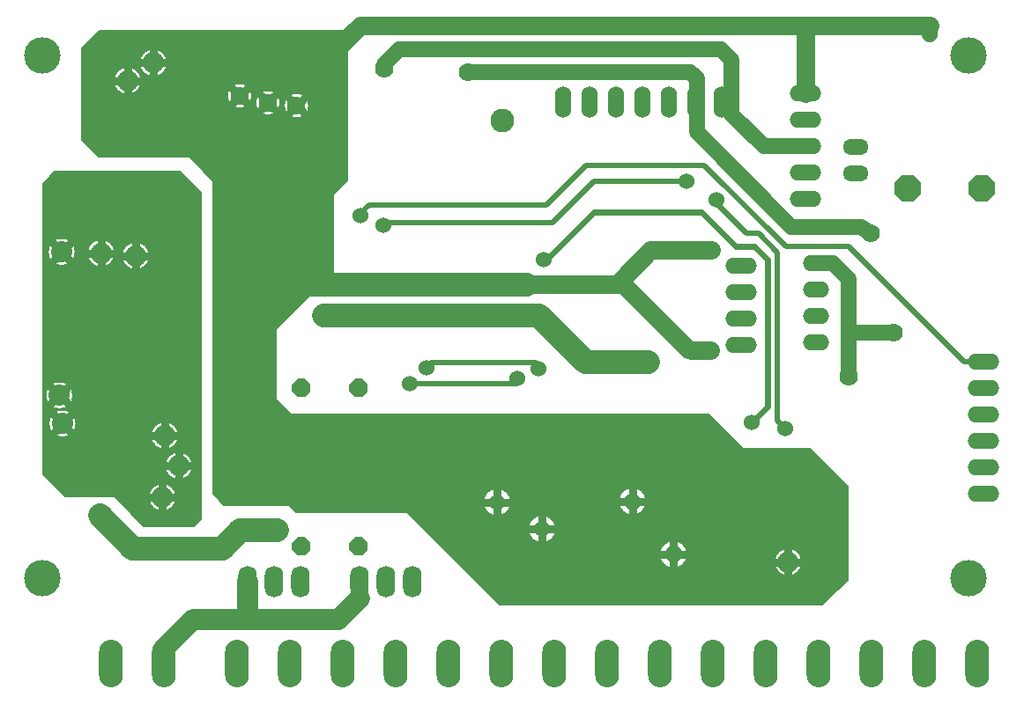
<source format=gbr>
G04 DesignSpark PCB Gerber Version 11.0 Build 5877*
G04 #@! TF.Part,Single*
G04 #@! TF.FileFunction,Copper,L2,Bot*
G04 #@! TF.FilePolarity,Positive*
%FSLAX35Y35*%
%MOIN*%
G04 #@! TA.AperFunction,ComponentPad*
%AMT97*0 Octagon Pad at angle 0*4,1,8,-0.01450,-0.03500,0.01450,-0.03500,0.03500,-0.01450,0.03500,0.01450,0.01450,0.03500,-0.01450,0.03500,-0.03500,0.01450,-0.03500,-0.01450,-0.01450,-0.03500,0*%
%ADD97T97*%
%AMT93*0 Octagon Pad at angle 0*4,1,8,-0.02071,-0.05000,0.02071,-0.05000,0.05000,-0.02071,0.05000,0.02071,0.02071,0.05000,-0.02071,0.05000,-0.05000,0.02071,-0.05000,-0.02071,-0.02071,-0.05000,0*%
%ADD93T93*%
%ADD100O,0.06000X0.12000*%
%ADD99O,0.07000X0.12000*%
%ADD77O,0.09000X0.18000*%
G04 #@! TD.AperFunction*
%ADD10C,0.00500*%
%ADD25C,0.02000*%
%ADD150C,0.02400*%
%ADD70C,0.03000*%
G04 #@! TA.AperFunction,ViaPad*
%ADD27C,0.05600*%
G04 #@! TD.AperFunction*
%ADD22C,0.06000*%
%ADD71C,0.07000*%
%ADD26C,0.08000*%
%ADD20C,0.09000*%
G04 #@! TA.AperFunction,ComponentPad*
%ADD88O,0.09700X0.06000*%
%ADD101O,0.10000X0.06000*%
%ADD83O,0.12000X0.06000*%
%ADD89C,0.13792*%
G04 #@! TD.AperFunction*
X0Y0D02*
D02*
D10*
X18250Y219000D02*
Y108900D01*
X26750Y100400D01*
X45350D01*
X56450Y89300D01*
X75450D01*
X78050Y91900D01*
Y100400D01*
X78150Y100500D01*
Y215600D01*
X70150Y223600D01*
X22850D01*
X18250Y219000D01*
X35000Y192600D02*
G75*
G02*
X45500I5250J0D01*
G01*
G75*
G02*
X35000I-5250J0D01*
G01*
X48100Y191600D02*
G75*
G02*
X58600I5250J0D01*
G01*
G75*
G02*
X48100I-5250J0D01*
G01*
X58200Y100100D02*
G75*
G02*
X68700I5250J0D01*
G01*
G75*
G02*
X58200I-5250J0D01*
G01*
X59100Y123500D02*
G75*
G02*
X69600I5250J0D01*
G01*
G75*
G02*
X59100I-5250J0D01*
G01*
X64400Y112100D02*
G75*
G02*
X74900I5250J0D01*
G01*
G75*
G02*
X64400I-5250J0D01*
G01*
X19200Y138800D02*
G75*
G02*
X29700I5250J0D01*
G01*
G75*
G02*
X19200I-5250J0D01*
G01*
X20400Y128100D02*
G75*
G02*
X30900I5250J0D01*
G01*
G75*
G02*
X20400I-5250J0D01*
G01*
X20100Y193100D02*
G75*
G02*
X30600I5250J0D01*
G01*
G75*
G02*
X20100I-5250J0D01*
G01*
X45650Y100100D02*
G36*
X45650Y100100D02*
X56200Y89550D01*
X75700D01*
X77900Y91750D01*
Y100100D01*
X68700D01*
G75*
G02*
X58200I-5250J0D01*
G01*
X45650D01*
G37*
X18500Y112100D02*
G36*
X18500Y112100D02*
Y108650D01*
X26750Y100400D01*
X45350D01*
X45650Y100100D01*
X58200D01*
G75*
G02*
X68700I5250J0D01*
G01*
X77900D01*
Y112100D01*
X74900D01*
G75*
G02*
X64400I-5250J0D01*
G01*
X18500D01*
G37*
Y123500D02*
G36*
X18500Y123500D02*
Y112100D01*
X64400D01*
G75*
G02*
X74900I5250J0D01*
G01*
X77900D01*
Y123500D01*
X69600D01*
G75*
G02*
X59100I-5250J0D01*
G01*
X28180D01*
G75*
G02*
X23120I-2530J4600D01*
G01*
X18500D01*
G37*
Y138800D02*
G36*
X18500Y138800D02*
Y123500D01*
X23120D01*
G75*
G02*
X20400Y128100I2530J4600D01*
G01*
G75*
G02*
X30900I5250J0D01*
G01*
G75*
G02*
X28180Y123500I-5250J0D01*
G01*
X59100D01*
G75*
G02*
X69600I5250J0D01*
G01*
X77900D01*
Y138800D01*
X29700D01*
G75*
G02*
X19200I-5250J0D01*
G01*
X18500D01*
G37*
Y192600D02*
G36*
X18500Y192600D02*
Y138800D01*
X19200D01*
G75*
G02*
X29700I5250J0D01*
G01*
X77900D01*
Y192600D01*
X58504D01*
G75*
G02*
X58600Y191600I-5154J-1000D01*
G01*
G75*
G02*
X48100I-5250J0D01*
G01*
G75*
G02*
X48196Y192600I5250J0D01*
G01*
X45500D01*
G75*
G02*
X35000I-5250J0D01*
G01*
X30576D01*
G75*
G02*
X20124I-5226J500D01*
G01*
X18500D01*
G37*
Y219250D02*
G36*
X18500Y219250D02*
Y192600D01*
X20124D01*
G75*
G02*
X20100Y193100I5226J502D01*
G01*
G75*
G02*
X30600I5250J0D01*
G01*
G75*
G02*
X30576Y192600I-5250J2D01*
G01*
X35000D01*
G75*
G02*
X45500I5250J0D01*
G01*
X48196D01*
G75*
G02*
X58504I5154J-1000D01*
G01*
X77900D01*
Y215850D01*
X70400Y223350D01*
X22600D01*
X18500Y219250D01*
G37*
X322650Y104200D02*
X308250Y118600D01*
X282950D01*
X269950Y131600D01*
X111950D01*
X106450Y137100D01*
Y164000D01*
X127950Y185500D01*
Y214700D01*
X133350Y220100D01*
Y274700D01*
X131350Y276700D01*
X39650D01*
X33150Y270200D01*
Y235400D01*
X39350Y229200D01*
X73550D01*
X82750Y220000D01*
Y101400D01*
X86850Y97300D01*
X111350D01*
X114150Y94500D01*
X155950D01*
X191050Y59400D01*
X313050D01*
X322650Y69000D01*
Y104200D01*
X294900Y75600D02*
G75*
G02*
X305400I5250J0D01*
G01*
G75*
G02*
X294900I-5250J0D01*
G01*
X184800Y98300D02*
G75*
G02*
X195300I5250J0D01*
G01*
G75*
G02*
X184800I-5250J0D01*
G01*
X201800Y88100D02*
G75*
G02*
X212300I5250J0D01*
G01*
G75*
G02*
X201800I-5250J0D01*
G01*
X236000Y98600D02*
G75*
G02*
X246500I5250J0D01*
G01*
G75*
G02*
X236000I-5250J0D01*
G01*
X251500Y78500D02*
G75*
G02*
X262000I5250J0D01*
G01*
G75*
G02*
X251500I-5250J0D01*
G01*
X45000Y257900D02*
G75*
G02*
X55500I5250J0D01*
G01*
G75*
G02*
X45000I-5250J0D01*
G01*
X54800Y264700D02*
G75*
G02*
X65300I5250J0D01*
G01*
G75*
G02*
X54800I-5250J0D01*
G01*
X87900Y252200D02*
G75*
G02*
X97400I4750J0D01*
G01*
G75*
G02*
X87900I-4750J0D01*
G01*
X98600Y249600D02*
G75*
G02*
X108100I4750J0D01*
G01*
G75*
G02*
X98600I-4750J0D01*
G01*
X109400Y248500D02*
G75*
G02*
X118900I4750J0D01*
G01*
G75*
G02*
X109400I-4750J0D01*
G01*
X174850Y75600D02*
G36*
X174850Y75600D02*
X190800Y59650D01*
X313300D01*
X322400Y68750D01*
Y75600D01*
X305400D01*
G75*
G02*
X294900I-5250J0D01*
G01*
X261126D01*
G75*
G02*
X252374I-4376J2900D01*
G01*
X174850D01*
G37*
X162350Y88100D02*
G36*
X162350Y88100D02*
X174850Y75600D01*
X252374D01*
G75*
G02*
X251500Y78500I4376J2900D01*
G01*
G75*
G02*
X262000I5250J0D01*
G01*
G75*
G02*
X261126Y75600I-5250J0D01*
G01*
X294900D01*
G75*
G02*
X305400I5250J0D01*
G01*
X322400D01*
Y88100D01*
X212300D01*
G75*
G02*
X201800I-5250J0D01*
G01*
X162350D01*
G37*
X85850Y98300D02*
G36*
X85850Y98300D02*
X86850Y97300D01*
X111350D01*
X114150Y94500D01*
X155950D01*
X162350Y88100D01*
X201800D01*
G75*
G02*
X212300I5250J0D01*
G01*
X322400D01*
Y98300D01*
X246491D01*
G75*
G02*
X236009I-5241J300D01*
G01*
X195300D01*
G75*
G02*
X184800I-5250J0D01*
G01*
X85850D01*
G37*
X33400Y252200D02*
G36*
X33400Y252200D02*
Y235150D01*
X39350Y229200D01*
X73550D01*
X82750Y220000D01*
Y101400D01*
X85850Y98300D01*
X184800D01*
G75*
G02*
X195300I5250J0D01*
G01*
X236009D01*
G75*
G02*
X236000Y98600I5243J302D01*
G01*
G75*
G02*
X246500I5250J0D01*
G01*
G75*
G02*
X246491Y98300I-5251J2D01*
G01*
X322400D01*
Y104450D01*
X308250Y118600D01*
X282950D01*
X269950Y131600D01*
X111950D01*
X106450Y137100D01*
Y164000D01*
X127950Y185500D01*
Y214700D01*
X133350Y220100D01*
Y252200D01*
X117129D01*
G75*
G02*
X118900Y248500I-2979J-3700D01*
G01*
G75*
G02*
X109400I-4750J0D01*
G01*
G75*
G02*
X111171Y252200I4750J0D01*
G01*
X107325D01*
G75*
G02*
X108100Y249600I-3975J-2600D01*
G01*
G75*
G02*
X98600I-4750J0D01*
G01*
G75*
G02*
X99375Y252200I4750J0D01*
G01*
X97400D01*
G75*
G02*
X87900I-4750J0D01*
G01*
X33400D01*
G37*
Y257900D02*
G36*
X33400Y257900D02*
Y252200D01*
X87900D01*
G75*
G02*
X97400I4750J0D01*
G01*
X99375D01*
G75*
G02*
X107325I3975J-2600D01*
G01*
X111171D01*
G75*
G02*
X117129I2979J-3700D01*
G01*
X133350D01*
Y257900D01*
X55500D01*
G75*
G02*
X45000I-5250J0D01*
G01*
X33400D01*
G37*
Y264700D02*
G36*
X33400Y264700D02*
Y257900D01*
X45000D01*
G75*
G02*
X55500I5250J0D01*
G01*
X133350D01*
Y264700D01*
X65300D01*
G75*
G02*
X54800I-5250J0D01*
G01*
X33400D01*
G37*
Y270450D02*
G36*
X33400Y270450D02*
Y264700D01*
X54800D01*
G75*
G02*
X65300I5250J0D01*
G01*
X133350D01*
Y274700D01*
X131600Y276450D01*
X39400D01*
X33400Y270450D01*
G37*
D02*
D70*
X22682Y137032D02*
X19854Y134204D01*
X22682Y140568D02*
X19854Y143396D01*
X23582Y191332D02*
X20754Y188504D01*
X23582Y194868D02*
X20754Y197696D01*
X23882Y126332D02*
X21054Y123504D01*
X23882Y129868D02*
X21054Y132696D01*
X26218Y137032D02*
X29046Y134204D01*
X26218Y140568D02*
X29046Y143396D01*
X27118Y191332D02*
X29946Y188504D01*
X27118Y194868D02*
X29946Y197696D01*
X27418Y126332D02*
X30246Y123504D01*
X27418Y129868D02*
X30246Y132696D01*
X37750Y192600D02*
X33750D01*
X40250Y190100D02*
Y186100D01*
Y195100D02*
Y199100D01*
X42750Y192600D02*
X46750D01*
X47750Y257900D02*
X43750D01*
X50250Y255400D02*
Y251400D01*
Y260400D02*
Y264400D01*
X50850Y191600D02*
X46850D01*
X52750Y257900D02*
X56750D01*
X53350Y189100D02*
Y185100D01*
Y194100D02*
Y198100D01*
X55850Y191600D02*
X59850D01*
X57550Y264700D02*
X53550D01*
X60050Y262200D02*
Y258200D01*
Y267200D02*
Y271200D01*
X60950Y100100D02*
X56950D01*
X61850Y123500D02*
X57850D01*
X62550Y264700D02*
X66550D01*
X63450Y97600D02*
Y93600D01*
Y102600D02*
Y106600D01*
X64350Y121000D02*
Y117000D01*
Y126000D02*
Y130000D01*
X65950Y100100D02*
X69950D01*
X66850Y123500D02*
X70850D01*
X67150Y112100D02*
X63150D01*
X69650Y109600D02*
Y105600D01*
Y114600D02*
Y118600D01*
X72150Y112100D02*
X76150D01*
X91236Y250786D02*
X88407Y247957D01*
X91236Y253614D02*
X88407Y256443D01*
X94064Y250786D02*
X96893Y247957D01*
X94064Y253614D02*
X96893Y256443D01*
X101936Y248186D02*
X99107Y245357D01*
X101936Y251014D02*
X99107Y253843D01*
X104764Y248186D02*
X107593Y245357D01*
X104764Y251014D02*
X107593Y253843D01*
X112736Y247086D02*
X109907Y244257D01*
X112736Y249914D02*
X109907Y252743D01*
X115564Y247086D02*
X118393Y244257D01*
X115564Y249914D02*
X118393Y252743D01*
X187550Y98300D02*
X183550D01*
X190050Y95800D02*
Y91800D01*
Y100800D02*
Y104800D01*
X192550Y98300D02*
X196550D01*
X204550Y88100D02*
X200550D01*
X207050Y85600D02*
Y81600D01*
Y90600D02*
Y94600D01*
X209550Y88100D02*
X213550D01*
X238750Y98600D02*
X234750D01*
X241250Y96100D02*
Y92100D01*
Y101100D02*
Y105100D01*
X243750Y98600D02*
X247750D01*
X254250Y78500D02*
X250250D01*
X256750Y76000D02*
Y72000D01*
Y81000D02*
Y85000D01*
X259250Y78500D02*
X263250D01*
X297650Y75600D02*
X293650D01*
X300150Y73100D02*
Y69100D01*
Y78100D02*
Y82100D01*
X302650Y75600D02*
X306650D01*
X339950Y162600D02*
X339450D01*
Y162000D01*
X338950D01*
D02*
D71*
X92650Y252200D03*
X103350Y249600D03*
X114150Y248500D03*
X147350Y262500D03*
X178950Y261300D03*
X219850Y180800D02*
X201050D01*
X237750Y181000D02*
X219850D01*
X237750D02*
X262450Y156300D01*
X262950D01*
X263350Y155900D02*
X270750D01*
X271150Y193700D02*
X248050D01*
X237350Y183000D01*
Y181000D01*
X237750D01*
X306550Y253200D02*
Y278300D01*
X307050Y278800D02*
X138250D01*
X127850Y268400D01*
Y267100D01*
X307050Y278800D02*
X353850D01*
X322950Y146000D03*
X331450Y200100D03*
X339950Y162600D03*
D02*
D20*
X39750Y93400D02*
X52150Y81000D01*
X86150D01*
X92850Y87700D01*
X106850D01*
X192050Y242700D03*
X201050Y180800D02*
X111950D01*
Y182200D01*
X111750D01*
X246950Y151600D02*
X223350D01*
X205850Y169100D01*
X124250D01*
D02*
D22*
X39750Y93600D02*
Y93400D01*
X64050Y42900D02*
Y37200D01*
X95850Y53900D02*
Y54600D01*
Y53800D01*
X137950Y68100D02*
Y61900D01*
X138350Y206800D03*
X147150Y203200D03*
X147350Y262500D02*
Y264300D01*
X153050Y270000D01*
X274750D01*
X278850Y265900D01*
Y245300D01*
X290950Y233200D01*
X306550D01*
X157050Y143200D03*
X163250Y149200D03*
X178950Y261300D02*
X263150D01*
X265550Y258900D01*
Y238400D01*
X301350Y202600D01*
X327750D01*
X331450Y200100D01*
X190050Y98300D03*
X197750Y145200D03*
X201050Y180800D03*
X205550Y149000D03*
X207050Y88100D03*
X207650Y190300D03*
X219850Y181000D02*
Y180800D01*
X241250Y98200D03*
Y98600D01*
X241150D01*
X257150Y78700D03*
Y78500D01*
X256750D01*
Y78700D01*
X261850Y219800D03*
X262950Y156300D02*
X263350Y155900D01*
X270750D03*
X271150Y193700D03*
X272950Y213000D03*
X286450Y128600D03*
X299050Y126200D03*
X306550Y278300D02*
X307050Y278800D01*
X310750Y188700D02*
X316950D01*
X322950Y182700D01*
Y162600D01*
Y146000D01*
X331550Y200300D02*
Y200200D01*
X331450D01*
Y200100D01*
X339950Y162600D02*
X322950D01*
X353850Y275600D03*
Y278800D02*
Y275600D01*
D02*
D25*
X138350Y206800D02*
Y207700D01*
X141550Y210900D01*
X208550D01*
X223550Y225900D01*
X268450D01*
X299250Y195100D01*
X322950D01*
X366550Y151500D01*
X374050D01*
X374150Y151600D01*
X163750Y149000D02*
X163250Y149500D01*
Y149200D01*
X197750Y145200D02*
Y143200D01*
X157050D01*
X205550Y149000D02*
Y150200D01*
X204650Y151100D01*
X165150D01*
X163250Y149200D01*
X261850Y219800D02*
X226650D01*
X210950Y204100D01*
X147150D01*
Y203200D01*
X272950Y213000D02*
Y211600D01*
X284450Y200100D01*
X288950D01*
X296050Y193000D01*
Y129200D01*
X299050Y126200D01*
X373250Y152500D02*
X374150Y151600D01*
D02*
D26*
X24450Y138800D03*
X25350Y193100D03*
X25650Y128100D03*
X39750Y93600D03*
X40250Y192600D03*
X50250Y257900D03*
X53350Y191600D03*
X60050Y264700D03*
X63450Y100100D03*
X64350Y123500D03*
X69650Y112100D03*
X95850Y53800D02*
X74950D01*
X64050Y42900D01*
X95850Y68100D02*
Y54600D01*
X106850Y87700D03*
X124250Y169100D03*
X137950Y61900D02*
X129950Y53900D01*
X95850D01*
X300150Y75600D03*
D02*
D27*
X246950Y151600D03*
D02*
D77*
X44050Y37200D03*
X64050D03*
X91850D03*
X111850D03*
X131850D03*
X151850D03*
X171850D03*
X191850D03*
X211850D03*
X231850D03*
X251850D03*
X271850D03*
X291850D03*
X311850D03*
X331850D03*
X351850D03*
X371850D03*
D02*
D83*
X282450Y157800D03*
Y167800D03*
Y177800D03*
Y187800D03*
X306550Y213200D03*
Y223200D03*
Y233200D03*
Y243200D03*
Y253200D03*
X374150Y101600D03*
Y111600D03*
Y121600D03*
Y131600D03*
Y141600D03*
Y151600D03*
D02*
D88*
X325850Y222800D03*
Y232800D03*
D02*
D89*
X18150Y69500D03*
Y267500D03*
X368450Y69500D03*
Y267500D03*
D02*
D93*
X345250Y217200D03*
X373250D03*
D02*
D97*
X116050Y81500D03*
Y141500D03*
X137850Y81500D03*
Y141500D03*
D02*
D99*
X95850Y68100D03*
X105850D03*
X115850D03*
X137950D03*
X147950D03*
X157950D03*
D02*
D100*
X214950Y249800D03*
X224950D03*
X234950D03*
X244950D03*
X254950D03*
X264950D03*
X274950D03*
D02*
D101*
X310750Y158700D03*
Y168700D03*
Y178700D03*
Y188700D03*
D02*
D150*
X207650Y190300D02*
X208750D01*
X226650Y208200D01*
X267350D01*
X280350Y195200D01*
X287350D01*
X292350Y190200D01*
Y134500D01*
X286450Y128600D01*
X0Y0D02*
M02*

</source>
